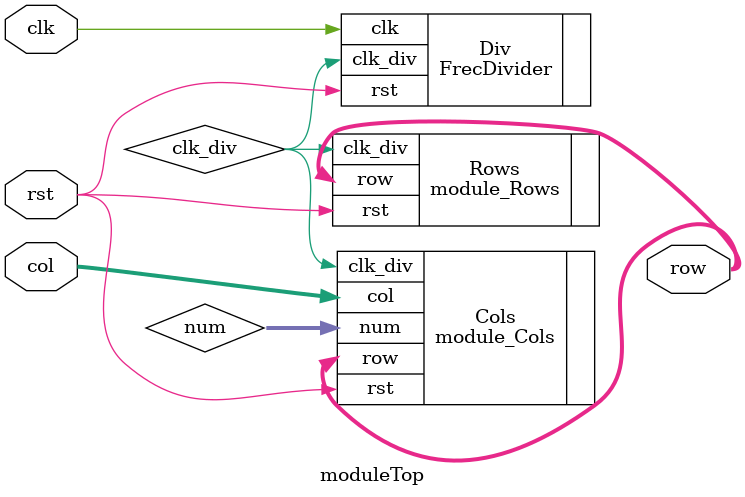
<source format=sv>
module moduleTop (
    input clk,
    input rst,
    input [3:0] col,
    output [3:0] row
);
    
    wire clk_div;
    wire [3:0] row;
    wire [3:0] num;

    FrecDivider Div(
        .clk(clk),
        .rst(rst),
        .clk_div(clk_div)
    );

    module_Rows Rows(
        .rst(rst),
        .clk_div(clk_div),
        .row(row)
    );

    module_Cols Cols(
        .rst(rst),
        .clk_div(clk_div),
        .row(row),
        .col(col),
        .num(num)
    );
    
endmodule
</source>
